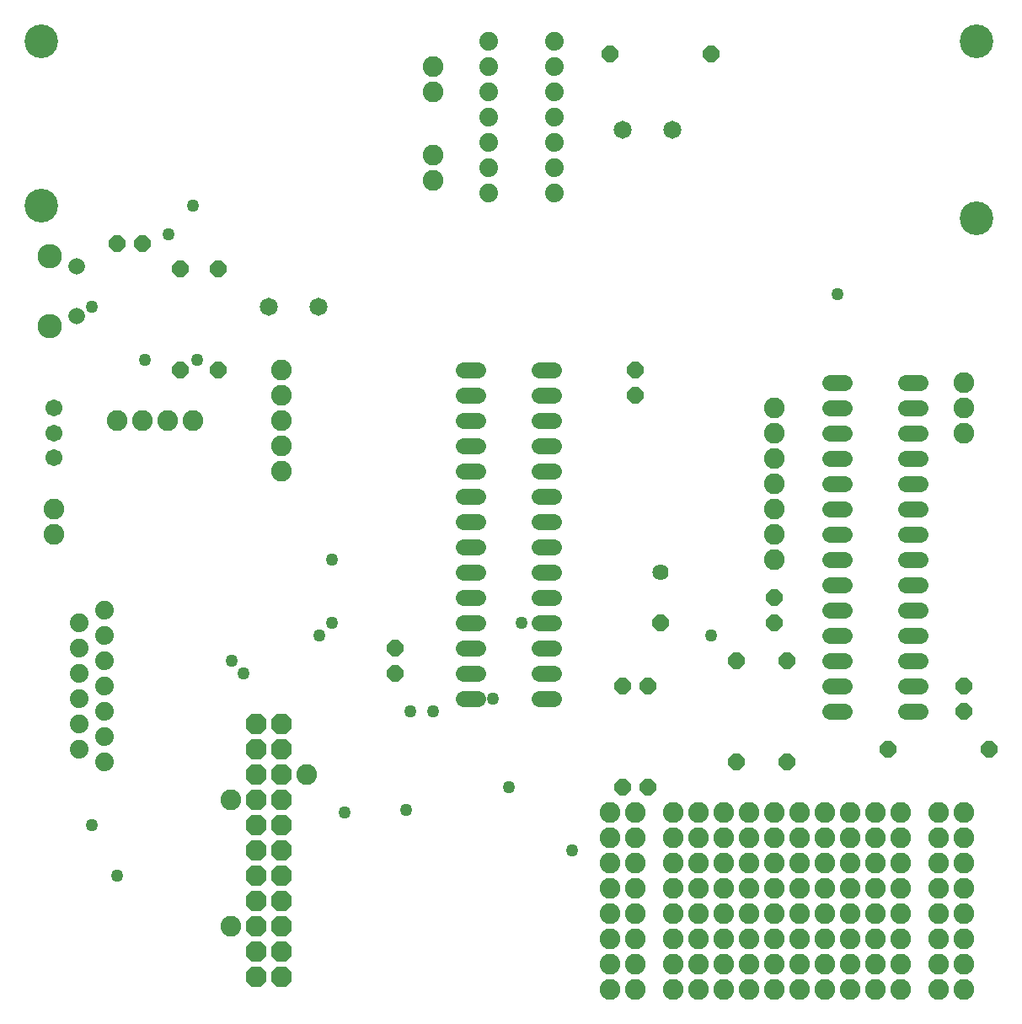
<source format=gbs>
G75*
%MOIN*%
%OFA0B0*%
%FSLAX25Y25*%
%IPPOS*%
%LPD*%
%AMOC8*
5,1,8,0,0,1.08239X$1,22.5*
%
%ADD10C,0.13300*%
%ADD11C,0.06400*%
%ADD12C,0.06546*%
%ADD13C,0.09658*%
%ADD14C,0.08200*%
%ADD15C,0.06743*%
%ADD16OC8,0.06400*%
%ADD17C,0.07137*%
%ADD18C,0.06400*%
%ADD19C,0.07400*%
%ADD20OC8,0.08200*%
%ADD21C,0.04965*%
D10*
X0095423Y0321800D03*
X0095423Y0386800D03*
X0465423Y0386800D03*
X0465423Y0316800D03*
D11*
X0443223Y0251800D02*
X0437623Y0251800D01*
X0437623Y0241800D02*
X0443223Y0241800D01*
X0443223Y0231800D02*
X0437623Y0231800D01*
X0437623Y0221800D02*
X0443223Y0221800D01*
X0443223Y0211800D02*
X0437623Y0211800D01*
X0437623Y0201800D02*
X0443223Y0201800D01*
X0443223Y0191800D02*
X0437623Y0191800D01*
X0437623Y0181800D02*
X0443223Y0181800D01*
X0443223Y0171800D02*
X0437623Y0171800D01*
X0437623Y0161800D02*
X0443223Y0161800D01*
X0443223Y0151800D02*
X0437623Y0151800D01*
X0437623Y0141800D02*
X0443223Y0141800D01*
X0443223Y0131800D02*
X0437623Y0131800D01*
X0437623Y0121800D02*
X0443223Y0121800D01*
X0413223Y0121800D02*
X0407623Y0121800D01*
X0407623Y0131800D02*
X0413223Y0131800D01*
X0413223Y0141800D02*
X0407623Y0141800D01*
X0407623Y0151800D02*
X0413223Y0151800D01*
X0413223Y0161800D02*
X0407623Y0161800D01*
X0407623Y0171800D02*
X0413223Y0171800D01*
X0413223Y0181800D02*
X0407623Y0181800D01*
X0407623Y0191800D02*
X0413223Y0191800D01*
X0413223Y0201800D02*
X0407623Y0201800D01*
X0407623Y0211800D02*
X0413223Y0211800D01*
X0413223Y0221800D02*
X0407623Y0221800D01*
X0407623Y0231800D02*
X0413223Y0231800D01*
X0413223Y0241800D02*
X0407623Y0241800D01*
X0407623Y0251800D02*
X0413223Y0251800D01*
X0298223Y0246800D02*
X0292623Y0246800D01*
X0292623Y0236800D02*
X0298223Y0236800D01*
X0298223Y0226800D02*
X0292623Y0226800D01*
X0292623Y0216800D02*
X0298223Y0216800D01*
X0298223Y0206800D02*
X0292623Y0206800D01*
X0292623Y0196800D02*
X0298223Y0196800D01*
X0298223Y0186800D02*
X0292623Y0186800D01*
X0292623Y0176800D02*
X0298223Y0176800D01*
X0298223Y0166800D02*
X0292623Y0166800D01*
X0292623Y0156800D02*
X0298223Y0156800D01*
X0298223Y0146800D02*
X0292623Y0146800D01*
X0292623Y0136800D02*
X0298223Y0136800D01*
X0298223Y0126800D02*
X0292623Y0126800D01*
X0268223Y0126800D02*
X0262623Y0126800D01*
X0262623Y0136800D02*
X0268223Y0136800D01*
X0268223Y0146800D02*
X0262623Y0146800D01*
X0262623Y0156800D02*
X0268223Y0156800D01*
X0268223Y0166800D02*
X0262623Y0166800D01*
X0262623Y0176800D02*
X0268223Y0176800D01*
X0268223Y0186800D02*
X0262623Y0186800D01*
X0262623Y0196800D02*
X0268223Y0196800D01*
X0268223Y0206800D02*
X0262623Y0206800D01*
X0262623Y0216800D02*
X0268223Y0216800D01*
X0268223Y0226800D02*
X0262623Y0226800D01*
X0262623Y0236800D02*
X0268223Y0236800D01*
X0268223Y0246800D02*
X0262623Y0246800D01*
X0262623Y0256800D02*
X0268223Y0256800D01*
X0292623Y0256800D02*
X0298223Y0256800D01*
D12*
X0109553Y0277957D03*
X0109553Y0297643D03*
D13*
X0098923Y0301580D03*
X0098923Y0274020D03*
D14*
X0125423Y0236800D03*
X0135423Y0236800D03*
X0145423Y0236800D03*
X0155423Y0236800D03*
X0190423Y0236800D03*
X0190423Y0246800D03*
X0190423Y0256800D03*
X0190423Y0226800D03*
X0190423Y0216800D03*
X0100423Y0201800D03*
X0100423Y0191800D03*
X0200423Y0096800D03*
X0170423Y0086800D03*
X0170423Y0036800D03*
X0320423Y0031800D03*
X0320423Y0021800D03*
X0330423Y0021800D03*
X0330423Y0031800D03*
X0330423Y0041800D03*
X0320423Y0041800D03*
X0320423Y0051800D03*
X0330423Y0051800D03*
X0330423Y0061800D03*
X0320423Y0061800D03*
X0320423Y0071800D03*
X0320423Y0081800D03*
X0330423Y0081800D03*
X0330423Y0071800D03*
X0345423Y0071800D03*
X0345423Y0081800D03*
X0355423Y0081800D03*
X0355423Y0071800D03*
X0365423Y0071800D03*
X0365423Y0081800D03*
X0375423Y0081800D03*
X0375423Y0071800D03*
X0385423Y0071800D03*
X0385423Y0081800D03*
X0395423Y0081800D03*
X0395423Y0071800D03*
X0395423Y0061800D03*
X0385423Y0061800D03*
X0375423Y0061800D03*
X0365423Y0061800D03*
X0355423Y0061800D03*
X0345423Y0061800D03*
X0345423Y0051800D03*
X0345423Y0041800D03*
X0355423Y0041800D03*
X0355423Y0051800D03*
X0365423Y0051800D03*
X0365423Y0041800D03*
X0375423Y0041800D03*
X0375423Y0051800D03*
X0385423Y0051800D03*
X0385423Y0041800D03*
X0385423Y0031800D03*
X0375423Y0031800D03*
X0365423Y0031800D03*
X0355423Y0031800D03*
X0345423Y0031800D03*
X0345423Y0021800D03*
X0355423Y0021800D03*
X0365423Y0021800D03*
X0375423Y0021800D03*
X0385423Y0021800D03*
X0385423Y0011800D03*
X0375423Y0011800D03*
X0365423Y0011800D03*
X0355423Y0011800D03*
X0345423Y0011800D03*
X0330423Y0011800D03*
X0320423Y0011800D03*
X0395423Y0011800D03*
X0395423Y0021800D03*
X0395423Y0031800D03*
X0395423Y0041800D03*
X0395423Y0051800D03*
X0405423Y0051800D03*
X0405423Y0041800D03*
X0415423Y0041800D03*
X0415423Y0051800D03*
X0425423Y0051800D03*
X0425423Y0041800D03*
X0435423Y0041800D03*
X0435423Y0051800D03*
X0435423Y0061800D03*
X0425423Y0061800D03*
X0415423Y0061800D03*
X0405423Y0061800D03*
X0405423Y0071800D03*
X0405423Y0081800D03*
X0415423Y0081800D03*
X0415423Y0071800D03*
X0425423Y0071800D03*
X0425423Y0081800D03*
X0435423Y0081800D03*
X0435423Y0071800D03*
X0450423Y0071800D03*
X0450423Y0081800D03*
X0460423Y0081800D03*
X0460423Y0071800D03*
X0460423Y0061800D03*
X0450423Y0061800D03*
X0450423Y0051800D03*
X0450423Y0041800D03*
X0460423Y0041800D03*
X0460423Y0051800D03*
X0460423Y0031800D03*
X0450423Y0031800D03*
X0450423Y0021800D03*
X0460423Y0021800D03*
X0460423Y0011800D03*
X0450423Y0011800D03*
X0435423Y0011800D03*
X0425423Y0011800D03*
X0415423Y0011800D03*
X0405423Y0011800D03*
X0405423Y0021800D03*
X0405423Y0031800D03*
X0415423Y0031800D03*
X0415423Y0021800D03*
X0425423Y0021800D03*
X0425423Y0031800D03*
X0435423Y0031800D03*
X0435423Y0021800D03*
X0385423Y0181800D03*
X0385423Y0191800D03*
X0385423Y0201800D03*
X0385423Y0211800D03*
X0385423Y0221800D03*
X0385423Y0231800D03*
X0385423Y0241800D03*
X0460423Y0241800D03*
X0460423Y0231800D03*
X0460423Y0251800D03*
X0250423Y0331800D03*
X0250423Y0341800D03*
X0250423Y0366800D03*
X0250423Y0376800D03*
D15*
X0100423Y0241643D03*
X0100423Y0231800D03*
X0100423Y0221957D03*
D16*
X0150423Y0256800D03*
X0165423Y0256800D03*
X0165423Y0296800D03*
X0150423Y0296800D03*
X0135423Y0306800D03*
X0125423Y0306800D03*
X0235423Y0146800D03*
X0235423Y0136800D03*
X0325423Y0131800D03*
X0335423Y0131800D03*
X0340423Y0156800D03*
X0370423Y0141800D03*
X0390423Y0141800D03*
X0385423Y0156800D03*
X0385423Y0166800D03*
X0430423Y0106800D03*
X0460423Y0121800D03*
X0460423Y0131800D03*
X0470423Y0106800D03*
X0390423Y0101800D03*
X0370423Y0101800D03*
X0335423Y0091800D03*
X0325423Y0091800D03*
X0330423Y0246800D03*
X0330423Y0256800D03*
X0320423Y0381800D03*
X0360423Y0381800D03*
D17*
X0345266Y0351800D03*
X0325581Y0351800D03*
X0205266Y0281800D03*
X0185581Y0281800D03*
D18*
X0340423Y0176800D03*
D19*
X0298455Y0326800D03*
X0298455Y0336800D03*
X0298455Y0346800D03*
X0298455Y0356800D03*
X0298455Y0366800D03*
X0298455Y0376800D03*
X0298455Y0386800D03*
X0272392Y0386800D03*
X0272392Y0376800D03*
X0272392Y0366800D03*
X0272392Y0356800D03*
X0272392Y0346800D03*
X0272392Y0336800D03*
X0272392Y0326800D03*
X0120423Y0161800D03*
X0120423Y0151800D03*
X0110423Y0146800D03*
X0110423Y0136800D03*
X0120423Y0131800D03*
X0120423Y0141800D03*
X0110423Y0126800D03*
X0110423Y0116800D03*
X0120423Y0111800D03*
X0120423Y0121800D03*
X0110423Y0106800D03*
X0120423Y0101800D03*
X0110423Y0156800D03*
D20*
X0180423Y0116800D03*
X0190423Y0116800D03*
X0190423Y0106800D03*
X0180423Y0106800D03*
X0180423Y0096800D03*
X0190423Y0096800D03*
X0190423Y0086800D03*
X0180423Y0086800D03*
X0180423Y0076800D03*
X0190423Y0076800D03*
X0190423Y0066800D03*
X0180423Y0066800D03*
X0180423Y0056800D03*
X0190423Y0056800D03*
X0190423Y0046800D03*
X0180423Y0046800D03*
X0180423Y0036800D03*
X0190423Y0036800D03*
X0190423Y0026800D03*
X0180423Y0026800D03*
X0180423Y0016800D03*
X0190423Y0016800D03*
D21*
X0115423Y0076800D03*
X0125423Y0056800D03*
X0215423Y0081800D03*
X0239923Y0082800D03*
X0280423Y0091800D03*
X0305423Y0066800D03*
X0250423Y0121800D03*
X0241423Y0121800D03*
X0274180Y0126800D03*
X0285423Y0156800D03*
X0360423Y0151800D03*
X0210423Y0156711D03*
X0205423Y0151800D03*
X0175323Y0136800D03*
X0170923Y0141800D03*
X0210423Y0181800D03*
X0157080Y0260800D03*
X0136423Y0260800D03*
X0115423Y0281800D03*
X0145923Y0310300D03*
X0155423Y0321800D03*
X0410423Y0286643D03*
M02*

</source>
